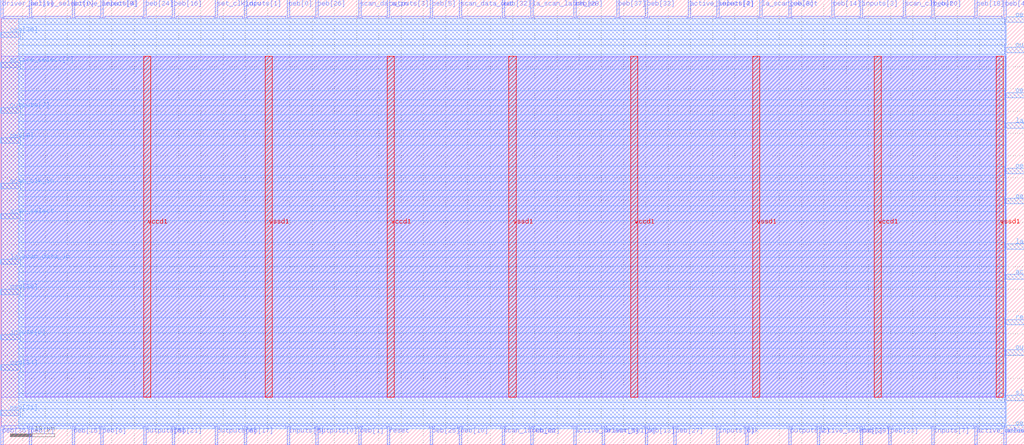
<source format=lef>
VERSION 5.7 ;
  NOWIREEXTENSIONATPIN ON ;
  DIVIDERCHAR "/" ;
  BUSBITCHARS "[]" ;
MACRO scan_controller
  CLASS BLOCK ;
  FOREIGN scan_controller ;
  ORIGIN 0.000 0.000 ;
  SIZE 230.000 BY 100.000 ;
  PIN active_select[0]
    DIRECTION INPUT ;
    USE SIGNAL ;
    PORT
      LAYER met2 ;
        RECT 6.390 96.000 6.950 100.000 ;
    END
  END active_select[0]
  PIN active_select[1]
    DIRECTION INPUT ;
    USE SIGNAL ;
    PORT
      LAYER met2 ;
        RECT 218.910 0.000 219.470 4.000 ;
    END
  END active_select[1]
  PIN active_select[2]
    DIRECTION INPUT ;
    USE SIGNAL ;
    PORT
      LAYER met2 ;
        RECT 225.350 0.000 225.910 4.000 ;
    END
  END active_select[2]
  PIN active_select[3]
    DIRECTION INPUT ;
    USE SIGNAL ;
    PORT
      LAYER met2 ;
        RECT 183.490 0.000 184.050 4.000 ;
    END
  END active_select[3]
  PIN active_select[4]
    DIRECTION INPUT ;
    USE SIGNAL ;
    PORT
      LAYER met2 ;
        RECT 154.510 96.000 155.070 100.000 ;
    END
  END active_select[4]
  PIN active_select[5]
    DIRECTION INPUT ;
    USE SIGNAL ;
    PORT
      LAYER met2 ;
        RECT 128.750 0.000 129.310 4.000 ;
    END
  END active_select[5]
  PIN active_select[6]
    DIRECTION INPUT ;
    USE SIGNAL ;
    PORT
      LAYER met3 ;
        RECT 226.000 37.140 230.000 38.340 ;
    END
  END active_select[6]
  PIN active_select[7]
    DIRECTION INPUT ;
    USE SIGNAL ;
    PORT
      LAYER met3 ;
        RECT 0.000 84.740 4.000 85.940 ;
    END
  END active_select[7]
  PIN active_select[8]
    DIRECTION INPUT ;
    USE SIGNAL ;
    PORT
      LAYER met2 ;
        RECT 16.050 96.000 16.610 100.000 ;
    END
  END active_select[8]
  PIN clk
    DIRECTION INPUT ;
    USE SIGNAL ;
    PORT
      LAYER met2 ;
        RECT 167.390 0.000 167.950 4.000 ;
    END
  END clk
  PIN driver_sel[0]
    DIRECTION INPUT ;
    USE SIGNAL ;
    PORT
      LAYER met2 ;
        RECT 135.190 0.000 135.750 4.000 ;
    END
  END driver_sel[0]
  PIN driver_sel[1]
    DIRECTION INPUT ;
    USE SIGNAL ;
    PORT
      LAYER met2 ;
        RECT -0.050 96.000 0.510 100.000 ;
    END
  END driver_sel[1]
  PIN inputs[0]
    DIRECTION INPUT ;
    USE SIGNAL ;
    PORT
      LAYER met2 ;
        RECT 160.950 0.000 161.510 4.000 ;
    END
  END inputs[0]
  PIN inputs[1]
    DIRECTION INPUT ;
    USE SIGNAL ;
    PORT
      LAYER met2 ;
        RECT 54.690 96.000 55.250 100.000 ;
    END
  END inputs[1]
  PIN inputs[2]
    DIRECTION INPUT ;
    USE SIGNAL ;
    PORT
      LAYER met2 ;
        RECT 160.950 96.000 161.510 100.000 ;
    END
  END inputs[2]
  PIN inputs[3]
    DIRECTION INPUT ;
    USE SIGNAL ;
    PORT
      LAYER met2 ;
        RECT 193.150 96.000 193.710 100.000 ;
    END
  END inputs[3]
  PIN inputs[4]
    DIRECTION INPUT ;
    USE SIGNAL ;
    PORT
      LAYER met2 ;
        RECT 22.490 96.000 23.050 100.000 ;
    END
  END inputs[4]
  PIN inputs[5]
    DIRECTION INPUT ;
    USE SIGNAL ;
    PORT
      LAYER met2 ;
        RECT 64.350 0.000 64.910 4.000 ;
    END
  END inputs[5]
  PIN inputs[6]
    DIRECTION INPUT ;
    USE SIGNAL ;
    PORT
      LAYER met3 ;
        RECT 0.000 23.540 4.000 24.740 ;
    END
  END inputs[6]
  PIN inputs[7]
    DIRECTION INPUT ;
    USE SIGNAL ;
    PORT
      LAYER met2 ;
        RECT 209.250 0.000 209.810 4.000 ;
    END
  END inputs[7]
  PIN la_scan_clk_in
    DIRECTION INPUT ;
    USE SIGNAL ;
    PORT
      LAYER met3 ;
        RECT 226.000 43.940 230.000 45.140 ;
    END
  END la_scan_clk_in
  PIN la_scan_data_in
    DIRECTION INPUT ;
    USE SIGNAL ;
    PORT
      LAYER met3 ;
        RECT 0.000 40.540 4.000 41.740 ;
    END
  END la_scan_data_in
  PIN la_scan_data_out
    DIRECTION OUTPUT TRISTATE ;
    USE SIGNAL ;
    PORT
      LAYER met3 ;
        RECT 226.000 71.140 230.000 72.340 ;
    END
  END la_scan_data_out
  PIN la_scan_latch_en
    DIRECTION INPUT ;
    USE SIGNAL ;
    PORT
      LAYER met2 ;
        RECT 119.090 96.000 119.650 100.000 ;
    END
  END la_scan_latch_en
  PIN la_scan_select
    DIRECTION INPUT ;
    USE SIGNAL ;
    PORT
      LAYER met2 ;
        RECT 170.610 96.000 171.170 100.000 ;
    END
  END la_scan_select
  PIN oeb[0]
    DIRECTION OUTPUT TRISTATE ;
    USE SIGNAL ;
    PORT
      LAYER met2 ;
        RECT 64.350 96.000 64.910 100.000 ;
    END
  END oeb[0]
  PIN oeb[10]
    DIRECTION OUTPUT TRISTATE ;
    USE SIGNAL ;
    PORT
      LAYER met2 ;
        RECT 102.990 0.000 103.550 4.000 ;
    END
  END oeb[10]
  PIN oeb[11]
    DIRECTION OUTPUT TRISTATE ;
    USE SIGNAL ;
    PORT
      LAYER met3 ;
        RECT 226.000 60.940 230.000 62.140 ;
    END
  END oeb[11]
  PIN oeb[12]
    DIRECTION OUTPUT TRISTATE ;
    USE SIGNAL ;
    PORT
      LAYER met3 ;
        RECT 226.000 77.940 230.000 79.140 ;
    END
  END oeb[12]
  PIN oeb[13]
    DIRECTION OUTPUT TRISTATE ;
    USE SIGNAL ;
    PORT
      LAYER met2 ;
        RECT 144.850 0.000 145.410 4.000 ;
    END
  END oeb[13]
  PIN oeb[14]
    DIRECTION OUTPUT TRISTATE ;
    USE SIGNAL ;
    PORT
      LAYER met2 ;
        RECT 186.710 96.000 187.270 100.000 ;
    END
  END oeb[14]
  PIN oeb[15]
    DIRECTION OUTPUT TRISTATE ;
    USE SIGNAL ;
    PORT
      LAYER met2 ;
        RECT 16.050 0.000 16.610 4.000 ;
    END
  END oeb[15]
  PIN oeb[16]
    DIRECTION OUTPUT TRISTATE ;
    USE SIGNAL ;
    PORT
      LAYER met2 ;
        RECT 38.590 96.000 39.150 100.000 ;
    END
  END oeb[16]
  PIN oeb[17]
    DIRECTION OUTPUT TRISTATE ;
    USE SIGNAL ;
    PORT
      LAYER met2 ;
        RECT 54.690 0.000 55.250 4.000 ;
    END
  END oeb[17]
  PIN oeb[18]
    DIRECTION OUTPUT TRISTATE ;
    USE SIGNAL ;
    PORT
      LAYER met2 ;
        RECT 218.910 96.000 219.470 100.000 ;
    END
  END oeb[18]
  PIN oeb[19]
    DIRECTION OUTPUT TRISTATE ;
    USE SIGNAL ;
    PORT
      LAYER met3 ;
        RECT 226.000 54.140 230.000 55.340 ;
    END
  END oeb[19]
  PIN oeb[1]
    DIRECTION OUTPUT TRISTATE ;
    USE SIGNAL ;
    PORT
      LAYER met2 ;
        RECT 80.450 0.000 81.010 4.000 ;
    END
  END oeb[1]
  PIN oeb[20]
    DIRECTION OUTPUT TRISTATE ;
    USE SIGNAL ;
    PORT
      LAYER met2 ;
        RECT 209.250 96.000 209.810 100.000 ;
    END
  END oeb[20]
  PIN oeb[21]
    DIRECTION OUTPUT TRISTATE ;
    USE SIGNAL ;
    PORT
      LAYER met2 ;
        RECT 38.590 0.000 39.150 4.000 ;
    END
  END oeb[21]
  PIN oeb[22]
    DIRECTION OUTPUT TRISTATE ;
    USE SIGNAL ;
    PORT
      LAYER met2 ;
        RECT 119.090 0.000 119.650 4.000 ;
    END
  END oeb[22]
  PIN oeb[23]
    DIRECTION OUTPUT TRISTATE ;
    USE SIGNAL ;
    PORT
      LAYER met2 ;
        RECT 199.590 0.000 200.150 4.000 ;
    END
  END oeb[23]
  PIN oeb[24]
    DIRECTION OUTPUT TRISTATE ;
    USE SIGNAL ;
    PORT
      LAYER met2 ;
        RECT 32.150 96.000 32.710 100.000 ;
    END
  END oeb[24]
  PIN oeb[25]
    DIRECTION OUTPUT TRISTATE ;
    USE SIGNAL ;
    PORT
      LAYER met2 ;
        RECT 96.550 0.000 97.110 4.000 ;
    END
  END oeb[25]
  PIN oeb[26]
    DIRECTION OUTPUT TRISTATE ;
    USE SIGNAL ;
    PORT
      LAYER met2 ;
        RECT 70.790 96.000 71.350 100.000 ;
    END
  END oeb[26]
  PIN oeb[27]
    DIRECTION OUTPUT TRISTATE ;
    USE SIGNAL ;
    PORT
      LAYER met2 ;
        RECT 151.290 0.000 151.850 4.000 ;
    END
  END oeb[27]
  PIN oeb[28]
    DIRECTION OUTPUT TRISTATE ;
    USE SIGNAL ;
    PORT
      LAYER met2 ;
        RECT 128.750 96.000 129.310 100.000 ;
    END
  END oeb[28]
  PIN oeb[29]
    DIRECTION OUTPUT TRISTATE ;
    USE SIGNAL ;
    PORT
      LAYER met2 ;
        RECT 193.150 0.000 193.710 4.000 ;
    END
  END oeb[29]
  PIN oeb[2]
    DIRECTION OUTPUT TRISTATE ;
    USE SIGNAL ;
    PORT
      LAYER met3 ;
        RECT 226.000 3.140 230.000 4.340 ;
    END
  END oeb[2]
  PIN oeb[30]
    DIRECTION OUTPUT TRISTATE ;
    USE SIGNAL ;
    PORT
      LAYER met3 ;
        RECT 0.000 33.740 4.000 34.940 ;
    END
  END oeb[30]
  PIN oeb[31]
    DIRECTION OUTPUT TRISTATE ;
    USE SIGNAL ;
    PORT
      LAYER met3 ;
        RECT 0.000 6.540 4.000 7.740 ;
    END
  END oeb[31]
  PIN oeb[32]
    DIRECTION OUTPUT TRISTATE ;
    USE SIGNAL ;
    PORT
      LAYER met2 ;
        RECT 112.650 96.000 113.210 100.000 ;
    END
  END oeb[32]
  PIN oeb[33]
    DIRECTION OUTPUT TRISTATE ;
    USE SIGNAL ;
    PORT
      LAYER met2 ;
        RECT 144.850 96.000 145.410 100.000 ;
    END
  END oeb[33]
  PIN oeb[34]
    DIRECTION OUTPUT TRISTATE ;
    USE SIGNAL ;
    PORT
      LAYER met3 ;
        RECT 0.000 16.740 4.000 17.940 ;
    END
  END oeb[34]
  PIN oeb[35]
    DIRECTION OUTPUT TRISTATE ;
    USE SIGNAL ;
    PORT
      LAYER met2 ;
        RECT -0.050 0.000 0.510 4.000 ;
    END
  END oeb[35]
  PIN oeb[36]
    DIRECTION OUTPUT TRISTATE ;
    USE SIGNAL ;
    PORT
      LAYER met3 ;
        RECT 0.000 91.540 4.000 92.740 ;
    END
  END oeb[36]
  PIN oeb[37]
    DIRECTION OUTPUT TRISTATE ;
    USE SIGNAL ;
    PORT
      LAYER met2 ;
        RECT 138.410 96.000 138.970 100.000 ;
    END
  END oeb[37]
  PIN oeb[3]
    DIRECTION OUTPUT TRISTATE ;
    USE SIGNAL ;
    PORT
      LAYER met2 ;
        RECT 177.050 96.000 177.610 100.000 ;
    END
  END oeb[3]
  PIN oeb[4]
    DIRECTION OUTPUT TRISTATE ;
    USE SIGNAL ;
    PORT
      LAYER met2 ;
        RECT 225.350 96.000 225.910 100.000 ;
    END
  END oeb[4]
  PIN oeb[5]
    DIRECTION OUTPUT TRISTATE ;
    USE SIGNAL ;
    PORT
      LAYER met2 ;
        RECT 96.550 96.000 97.110 100.000 ;
    END
  END oeb[5]
  PIN oeb[6]
    DIRECTION OUTPUT TRISTATE ;
    USE SIGNAL ;
    PORT
      LAYER met2 ;
        RECT 22.490 0.000 23.050 4.000 ;
    END
  END oeb[6]
  PIN oeb[7]
    DIRECTION OUTPUT TRISTATE ;
    USE SIGNAL ;
    PORT
      LAYER met2 ;
        RECT 6.390 0.000 6.950 4.000 ;
    END
  END oeb[7]
  PIN oeb[8]
    DIRECTION OUTPUT TRISTATE ;
    USE SIGNAL ;
    PORT
      LAYER met3 ;
        RECT 226.000 94.940 230.000 96.140 ;
    END
  END oeb[8]
  PIN oeb[9]
    DIRECTION OUTPUT TRISTATE ;
    USE SIGNAL ;
    PORT
      LAYER met3 ;
        RECT 0.000 67.740 4.000 68.940 ;
    END
  END oeb[9]
  PIN outputs[0]
    DIRECTION OUTPUT TRISTATE ;
    USE SIGNAL ;
    PORT
      LAYER met2 ;
        RECT 70.790 0.000 71.350 4.000 ;
    END
  END outputs[0]
  PIN outputs[1]
    DIRECTION OUTPUT TRISTATE ;
    USE SIGNAL ;
    PORT
      LAYER met3 ;
        RECT 226.000 88.140 230.000 89.340 ;
    END
  END outputs[1]
  PIN outputs[2]
    DIRECTION OUTPUT TRISTATE ;
    USE SIGNAL ;
    PORT
      LAYER met2 ;
        RECT 177.050 0.000 177.610 4.000 ;
    END
  END outputs[2]
  PIN outputs[3]
    DIRECTION OUTPUT TRISTATE ;
    USE SIGNAL ;
    PORT
      LAYER met2 ;
        RECT 86.890 96.000 87.450 100.000 ;
    END
  END outputs[3]
  PIN outputs[4]
    DIRECTION OUTPUT TRISTATE ;
    USE SIGNAL ;
    PORT
      LAYER met3 ;
        RECT 226.000 20.140 230.000 21.340 ;
    END
  END outputs[4]
  PIN outputs[5]
    DIRECTION OUTPUT TRISTATE ;
    USE SIGNAL ;
    PORT
      LAYER met2 ;
        RECT 32.150 0.000 32.710 4.000 ;
    END
  END outputs[5]
  PIN outputs[6]
    DIRECTION OUTPUT TRISTATE ;
    USE SIGNAL ;
    PORT
      LAYER met2 ;
        RECT 48.250 0.000 48.810 4.000 ;
    END
  END outputs[6]
  PIN outputs[7]
    DIRECTION OUTPUT TRISTATE ;
    USE SIGNAL ;
    PORT
      LAYER met3 ;
        RECT 0.000 74.540 4.000 75.740 ;
    END
  END outputs[7]
  PIN ready
    DIRECTION OUTPUT TRISTATE ;
    USE SIGNAL ;
    PORT
      LAYER met3 ;
        RECT 226.000 26.940 230.000 28.140 ;
    END
  END ready
  PIN reset
    DIRECTION INPUT ;
    USE SIGNAL ;
    PORT
      LAYER met2 ;
        RECT 86.890 0.000 87.450 4.000 ;
    END
  END reset
  PIN scan_clk_in
    DIRECTION INPUT ;
    USE SIGNAL ;
    PORT
      LAYER met3 ;
        RECT 0.000 57.540 4.000 58.740 ;
    END
  END scan_clk_in
  PIN scan_clk_out
    DIRECTION OUTPUT TRISTATE ;
    USE SIGNAL ;
    PORT
      LAYER met2 ;
        RECT 202.810 96.000 203.370 100.000 ;
    END
  END scan_clk_out
  PIN scan_data_in
    DIRECTION INPUT ;
    USE SIGNAL ;
    PORT
      LAYER met2 ;
        RECT 80.450 96.000 81.010 100.000 ;
    END
  END scan_data_in
  PIN scan_data_out
    DIRECTION OUTPUT TRISTATE ;
    USE SIGNAL ;
    PORT
      LAYER met2 ;
        RECT 102.990 96.000 103.550 100.000 ;
    END
  END scan_data_out
  PIN scan_latch_en
    DIRECTION OUTPUT TRISTATE ;
    USE SIGNAL ;
    PORT
      LAYER met2 ;
        RECT 112.650 0.000 113.210 4.000 ;
    END
  END scan_latch_en
  PIN scan_select
    DIRECTION OUTPUT TRISTATE ;
    USE SIGNAL ;
    PORT
      LAYER met3 ;
        RECT 0.000 50.740 4.000 51.940 ;
    END
  END scan_select
  PIN set_clk_div
    DIRECTION INPUT ;
    USE SIGNAL ;
    PORT
      LAYER met2 ;
        RECT 48.250 96.000 48.810 100.000 ;
    END
  END set_clk_div
  PIN slow_clk
    DIRECTION OUTPUT TRISTATE ;
    USE SIGNAL ;
    PORT
      LAYER met3 ;
        RECT 226.000 9.940 230.000 11.140 ;
    END
  END slow_clk
  PIN vccd1
    DIRECTION INOUT ;
    USE POWER ;
    PORT
      LAYER met4 ;
        RECT 32.090 10.640 33.690 87.280 ;
    END
    PORT
      LAYER met4 ;
        RECT 86.830 10.640 88.430 87.280 ;
    END
    PORT
      LAYER met4 ;
        RECT 141.570 10.640 143.170 87.280 ;
    END
    PORT
      LAYER met4 ;
        RECT 196.310 10.640 197.910 87.280 ;
    END
  END vccd1
  PIN vssd1
    DIRECTION INOUT ;
    USE GROUND ;
    PORT
      LAYER met4 ;
        RECT 59.460 10.640 61.060 87.280 ;
    END
    PORT
      LAYER met4 ;
        RECT 114.200 10.640 115.800 87.280 ;
    END
    PORT
      LAYER met4 ;
        RECT 168.940 10.640 170.540 87.280 ;
    END
    PORT
      LAYER met4 ;
        RECT 223.680 10.640 225.280 87.280 ;
    END
  END vssd1
  OBS
      LAYER li1 ;
        RECT 5.520 10.795 224.480 87.125 ;
      LAYER met1 ;
        RECT 0.070 10.640 225.790 87.280 ;
      LAYER met2 ;
        RECT 0.790 95.720 6.110 96.290 ;
        RECT 7.230 95.720 15.770 96.290 ;
        RECT 16.890 95.720 22.210 96.290 ;
        RECT 23.330 95.720 31.870 96.290 ;
        RECT 32.990 95.720 38.310 96.290 ;
        RECT 39.430 95.720 47.970 96.290 ;
        RECT 49.090 95.720 54.410 96.290 ;
        RECT 55.530 95.720 64.070 96.290 ;
        RECT 65.190 95.720 70.510 96.290 ;
        RECT 71.630 95.720 80.170 96.290 ;
        RECT 81.290 95.720 86.610 96.290 ;
        RECT 87.730 95.720 96.270 96.290 ;
        RECT 97.390 95.720 102.710 96.290 ;
        RECT 103.830 95.720 112.370 96.290 ;
        RECT 113.490 95.720 118.810 96.290 ;
        RECT 119.930 95.720 128.470 96.290 ;
        RECT 129.590 95.720 138.130 96.290 ;
        RECT 139.250 95.720 144.570 96.290 ;
        RECT 145.690 95.720 154.230 96.290 ;
        RECT 155.350 95.720 160.670 96.290 ;
        RECT 161.790 95.720 170.330 96.290 ;
        RECT 171.450 95.720 176.770 96.290 ;
        RECT 177.890 95.720 186.430 96.290 ;
        RECT 187.550 95.720 192.870 96.290 ;
        RECT 193.990 95.720 202.530 96.290 ;
        RECT 203.650 95.720 208.970 96.290 ;
        RECT 210.090 95.720 218.630 96.290 ;
        RECT 219.750 95.720 225.070 96.290 ;
        RECT 0.100 4.280 225.760 95.720 ;
        RECT 0.790 3.555 6.110 4.280 ;
        RECT 7.230 3.555 15.770 4.280 ;
        RECT 16.890 3.555 22.210 4.280 ;
        RECT 23.330 3.555 31.870 4.280 ;
        RECT 32.990 3.555 38.310 4.280 ;
        RECT 39.430 3.555 47.970 4.280 ;
        RECT 49.090 3.555 54.410 4.280 ;
        RECT 55.530 3.555 64.070 4.280 ;
        RECT 65.190 3.555 70.510 4.280 ;
        RECT 71.630 3.555 80.170 4.280 ;
        RECT 81.290 3.555 86.610 4.280 ;
        RECT 87.730 3.555 96.270 4.280 ;
        RECT 97.390 3.555 102.710 4.280 ;
        RECT 103.830 3.555 112.370 4.280 ;
        RECT 113.490 3.555 118.810 4.280 ;
        RECT 119.930 3.555 128.470 4.280 ;
        RECT 129.590 3.555 134.910 4.280 ;
        RECT 136.030 3.555 144.570 4.280 ;
        RECT 145.690 3.555 151.010 4.280 ;
        RECT 152.130 3.555 160.670 4.280 ;
        RECT 161.790 3.555 167.110 4.280 ;
        RECT 168.230 3.555 176.770 4.280 ;
        RECT 177.890 3.555 183.210 4.280 ;
        RECT 184.330 3.555 192.870 4.280 ;
        RECT 193.990 3.555 199.310 4.280 ;
        RECT 200.430 3.555 208.970 4.280 ;
        RECT 210.090 3.555 218.630 4.280 ;
        RECT 219.750 3.555 225.070 4.280 ;
      LAYER met3 ;
        RECT 4.000 94.540 225.600 95.705 ;
        RECT 4.000 93.140 226.010 94.540 ;
        RECT 4.400 91.140 226.010 93.140 ;
        RECT 4.000 89.740 226.010 91.140 ;
        RECT 4.000 87.740 225.600 89.740 ;
        RECT 4.000 86.340 226.010 87.740 ;
        RECT 4.400 84.340 226.010 86.340 ;
        RECT 4.000 79.540 226.010 84.340 ;
        RECT 4.000 77.540 225.600 79.540 ;
        RECT 4.000 76.140 226.010 77.540 ;
        RECT 4.400 74.140 226.010 76.140 ;
        RECT 4.000 72.740 226.010 74.140 ;
        RECT 4.000 70.740 225.600 72.740 ;
        RECT 4.000 69.340 226.010 70.740 ;
        RECT 4.400 67.340 226.010 69.340 ;
        RECT 4.000 62.540 226.010 67.340 ;
        RECT 4.000 60.540 225.600 62.540 ;
        RECT 4.000 59.140 226.010 60.540 ;
        RECT 4.400 57.140 226.010 59.140 ;
        RECT 4.000 55.740 226.010 57.140 ;
        RECT 4.000 53.740 225.600 55.740 ;
        RECT 4.000 52.340 226.010 53.740 ;
        RECT 4.400 50.340 226.010 52.340 ;
        RECT 4.000 45.540 226.010 50.340 ;
        RECT 4.000 43.540 225.600 45.540 ;
        RECT 4.000 42.140 226.010 43.540 ;
        RECT 4.400 40.140 226.010 42.140 ;
        RECT 4.000 38.740 226.010 40.140 ;
        RECT 4.000 36.740 225.600 38.740 ;
        RECT 4.000 35.340 226.010 36.740 ;
        RECT 4.400 33.340 226.010 35.340 ;
        RECT 4.000 28.540 226.010 33.340 ;
        RECT 4.000 26.540 225.600 28.540 ;
        RECT 4.000 25.140 226.010 26.540 ;
        RECT 4.400 23.140 226.010 25.140 ;
        RECT 4.000 21.740 226.010 23.140 ;
        RECT 4.000 19.740 225.600 21.740 ;
        RECT 4.000 18.340 226.010 19.740 ;
        RECT 4.400 16.340 226.010 18.340 ;
        RECT 4.000 11.540 226.010 16.340 ;
        RECT 4.000 9.540 225.600 11.540 ;
        RECT 4.000 8.140 226.010 9.540 ;
        RECT 4.400 6.140 226.010 8.140 ;
        RECT 4.000 4.740 226.010 6.140 ;
        RECT 4.000 3.575 225.600 4.740 ;
  END
END scan_controller
END LIBRARY


</source>
